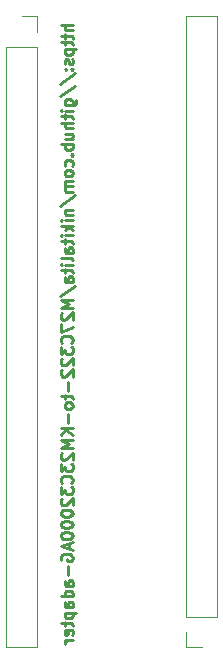
<source format=gbr>
%TF.GenerationSoftware,KiCad,Pcbnew,(6.0.7)*%
%TF.CreationDate,2022-08-07T18:45:19-07:00*%
%TF.ProjectId,DIP42-adapter,44495034-322d-4616-9461-707465722e6b,rev?*%
%TF.SameCoordinates,Original*%
%TF.FileFunction,Legend,Bot*%
%TF.FilePolarity,Positive*%
%FSLAX46Y46*%
G04 Gerber Fmt 4.6, Leading zero omitted, Abs format (unit mm)*
G04 Created by KiCad (PCBNEW (6.0.7)) date 2022-08-07 18:45:19*
%MOMM*%
%LPD*%
G01*
G04 APERTURE LIST*
%ADD10C,0.250000*%
%ADD11C,0.120000*%
%ADD12R,1.000000X1.000000*%
%ADD13O,1.000000X1.000000*%
%ADD14R,1.700000X1.700000*%
%ADD15O,1.700000X1.700000*%
G04 APERTURE END LIST*
D10*
X141142380Y-54940952D02*
X140142380Y-54940952D01*
X141142380Y-55369523D02*
X140618571Y-55369523D01*
X140523333Y-55321904D01*
X140475714Y-55226666D01*
X140475714Y-55083809D01*
X140523333Y-54988571D01*
X140570952Y-54940952D01*
X140475714Y-55702857D02*
X140475714Y-56083809D01*
X140142380Y-55845714D02*
X140999523Y-55845714D01*
X141094761Y-55893333D01*
X141142380Y-55988571D01*
X141142380Y-56083809D01*
X140475714Y-56274285D02*
X140475714Y-56655238D01*
X140142380Y-56417142D02*
X140999523Y-56417142D01*
X141094761Y-56464761D01*
X141142380Y-56560000D01*
X141142380Y-56655238D01*
X140475714Y-56988571D02*
X141475714Y-56988571D01*
X140523333Y-56988571D02*
X140475714Y-57083809D01*
X140475714Y-57274285D01*
X140523333Y-57369523D01*
X140570952Y-57417142D01*
X140666190Y-57464761D01*
X140951904Y-57464761D01*
X141047142Y-57417142D01*
X141094761Y-57369523D01*
X141142380Y-57274285D01*
X141142380Y-57083809D01*
X141094761Y-56988571D01*
X141094761Y-57845714D02*
X141142380Y-57940952D01*
X141142380Y-58131428D01*
X141094761Y-58226666D01*
X140999523Y-58274285D01*
X140951904Y-58274285D01*
X140856666Y-58226666D01*
X140809047Y-58131428D01*
X140809047Y-57988571D01*
X140761428Y-57893333D01*
X140666190Y-57845714D01*
X140618571Y-57845714D01*
X140523333Y-57893333D01*
X140475714Y-57988571D01*
X140475714Y-58131428D01*
X140523333Y-58226666D01*
X141047142Y-58702857D02*
X141094761Y-58750476D01*
X141142380Y-58702857D01*
X141094761Y-58655238D01*
X141047142Y-58702857D01*
X141142380Y-58702857D01*
X140523333Y-58702857D02*
X140570952Y-58750476D01*
X140618571Y-58702857D01*
X140570952Y-58655238D01*
X140523333Y-58702857D01*
X140618571Y-58702857D01*
X140094761Y-59893333D02*
X141380476Y-59036190D01*
X140094761Y-60940952D02*
X141380476Y-60083809D01*
X140475714Y-61702857D02*
X141285238Y-61702857D01*
X141380476Y-61655238D01*
X141428095Y-61607619D01*
X141475714Y-61512380D01*
X141475714Y-61369523D01*
X141428095Y-61274285D01*
X141094761Y-61702857D02*
X141142380Y-61607619D01*
X141142380Y-61417142D01*
X141094761Y-61321904D01*
X141047142Y-61274285D01*
X140951904Y-61226666D01*
X140666190Y-61226666D01*
X140570952Y-61274285D01*
X140523333Y-61321904D01*
X140475714Y-61417142D01*
X140475714Y-61607619D01*
X140523333Y-61702857D01*
X141142380Y-62179047D02*
X140475714Y-62179047D01*
X140142380Y-62179047D02*
X140190000Y-62131428D01*
X140237619Y-62179047D01*
X140190000Y-62226666D01*
X140142380Y-62179047D01*
X140237619Y-62179047D01*
X140475714Y-62512380D02*
X140475714Y-62893333D01*
X140142380Y-62655238D02*
X140999523Y-62655238D01*
X141094761Y-62702857D01*
X141142380Y-62798095D01*
X141142380Y-62893333D01*
X141142380Y-63226666D02*
X140142380Y-63226666D01*
X141142380Y-63655238D02*
X140618571Y-63655238D01*
X140523333Y-63607619D01*
X140475714Y-63512380D01*
X140475714Y-63369523D01*
X140523333Y-63274285D01*
X140570952Y-63226666D01*
X140475714Y-64560000D02*
X141142380Y-64560000D01*
X140475714Y-64131428D02*
X140999523Y-64131428D01*
X141094761Y-64179047D01*
X141142380Y-64274285D01*
X141142380Y-64417142D01*
X141094761Y-64512380D01*
X141047142Y-64560000D01*
X141142380Y-65036190D02*
X140142380Y-65036190D01*
X140523333Y-65036190D02*
X140475714Y-65131428D01*
X140475714Y-65321904D01*
X140523333Y-65417142D01*
X140570952Y-65464761D01*
X140666190Y-65512380D01*
X140951904Y-65512380D01*
X141047142Y-65464761D01*
X141094761Y-65417142D01*
X141142380Y-65321904D01*
X141142380Y-65131428D01*
X141094761Y-65036190D01*
X141047142Y-65940952D02*
X141094761Y-65988571D01*
X141142380Y-65940952D01*
X141094761Y-65893333D01*
X141047142Y-65940952D01*
X141142380Y-65940952D01*
X141094761Y-66845714D02*
X141142380Y-66750476D01*
X141142380Y-66560000D01*
X141094761Y-66464761D01*
X141047142Y-66417142D01*
X140951904Y-66369523D01*
X140666190Y-66369523D01*
X140570952Y-66417142D01*
X140523333Y-66464761D01*
X140475714Y-66560000D01*
X140475714Y-66750476D01*
X140523333Y-66845714D01*
X141142380Y-67417142D02*
X141094761Y-67321904D01*
X141047142Y-67274285D01*
X140951904Y-67226666D01*
X140666190Y-67226666D01*
X140570952Y-67274285D01*
X140523333Y-67321904D01*
X140475714Y-67417142D01*
X140475714Y-67560000D01*
X140523333Y-67655238D01*
X140570952Y-67702857D01*
X140666190Y-67750476D01*
X140951904Y-67750476D01*
X141047142Y-67702857D01*
X141094761Y-67655238D01*
X141142380Y-67560000D01*
X141142380Y-67417142D01*
X141142380Y-68179047D02*
X140475714Y-68179047D01*
X140570952Y-68179047D02*
X140523333Y-68226666D01*
X140475714Y-68321904D01*
X140475714Y-68464761D01*
X140523333Y-68560000D01*
X140618571Y-68607619D01*
X141142380Y-68607619D01*
X140618571Y-68607619D02*
X140523333Y-68655238D01*
X140475714Y-68750476D01*
X140475714Y-68893333D01*
X140523333Y-68988571D01*
X140618571Y-69036190D01*
X141142380Y-69036190D01*
X140094761Y-70226666D02*
X141380476Y-69369523D01*
X140475714Y-70560000D02*
X141142380Y-70560000D01*
X140570952Y-70560000D02*
X140523333Y-70607619D01*
X140475714Y-70702857D01*
X140475714Y-70845714D01*
X140523333Y-70940952D01*
X140618571Y-70988571D01*
X141142380Y-70988571D01*
X141142380Y-71464761D02*
X140475714Y-71464761D01*
X140142380Y-71464761D02*
X140190000Y-71417142D01*
X140237619Y-71464761D01*
X140190000Y-71512380D01*
X140142380Y-71464761D01*
X140237619Y-71464761D01*
X141142380Y-71940952D02*
X140142380Y-71940952D01*
X140761428Y-72036190D02*
X141142380Y-72321904D01*
X140475714Y-72321904D02*
X140856666Y-71940952D01*
X141142380Y-72750476D02*
X140475714Y-72750476D01*
X140142380Y-72750476D02*
X140190000Y-72702857D01*
X140237619Y-72750476D01*
X140190000Y-72798095D01*
X140142380Y-72750476D01*
X140237619Y-72750476D01*
X140475714Y-73083809D02*
X140475714Y-73464761D01*
X140142380Y-73226666D02*
X140999523Y-73226666D01*
X141094761Y-73274285D01*
X141142380Y-73369523D01*
X141142380Y-73464761D01*
X141142380Y-74226666D02*
X140618571Y-74226666D01*
X140523333Y-74179047D01*
X140475714Y-74083809D01*
X140475714Y-73893333D01*
X140523333Y-73798095D01*
X141094761Y-74226666D02*
X141142380Y-74131428D01*
X141142380Y-73893333D01*
X141094761Y-73798095D01*
X140999523Y-73750476D01*
X140904285Y-73750476D01*
X140809047Y-73798095D01*
X140761428Y-73893333D01*
X140761428Y-74131428D01*
X140713809Y-74226666D01*
X141142380Y-74845714D02*
X141094761Y-74750476D01*
X140999523Y-74702857D01*
X140142380Y-74702857D01*
X141142380Y-75226666D02*
X140475714Y-75226666D01*
X140142380Y-75226666D02*
X140190000Y-75179047D01*
X140237619Y-75226666D01*
X140190000Y-75274285D01*
X140142380Y-75226666D01*
X140237619Y-75226666D01*
X140475714Y-75560000D02*
X140475714Y-75940952D01*
X140142380Y-75702857D02*
X140999523Y-75702857D01*
X141094761Y-75750476D01*
X141142380Y-75845714D01*
X141142380Y-75940952D01*
X141142380Y-76702857D02*
X140618571Y-76702857D01*
X140523333Y-76655238D01*
X140475714Y-76560000D01*
X140475714Y-76369523D01*
X140523333Y-76274285D01*
X141094761Y-76702857D02*
X141142380Y-76607619D01*
X141142380Y-76369523D01*
X141094761Y-76274285D01*
X140999523Y-76226666D01*
X140904285Y-76226666D01*
X140809047Y-76274285D01*
X140761428Y-76369523D01*
X140761428Y-76607619D01*
X140713809Y-76702857D01*
X140094761Y-77893333D02*
X141380476Y-77036190D01*
X141142380Y-78226666D02*
X140142380Y-78226666D01*
X140856666Y-78560000D01*
X140142380Y-78893333D01*
X141142380Y-78893333D01*
X140237619Y-79321904D02*
X140190000Y-79369523D01*
X140142380Y-79464761D01*
X140142380Y-79702857D01*
X140190000Y-79798095D01*
X140237619Y-79845714D01*
X140332857Y-79893333D01*
X140428095Y-79893333D01*
X140570952Y-79845714D01*
X141142380Y-79274285D01*
X141142380Y-79893333D01*
X140142380Y-80226666D02*
X140142380Y-80893333D01*
X141142380Y-80464761D01*
X141047142Y-81845714D02*
X141094761Y-81798095D01*
X141142380Y-81655238D01*
X141142380Y-81560000D01*
X141094761Y-81417142D01*
X140999523Y-81321904D01*
X140904285Y-81274285D01*
X140713809Y-81226666D01*
X140570952Y-81226666D01*
X140380476Y-81274285D01*
X140285238Y-81321904D01*
X140190000Y-81417142D01*
X140142380Y-81560000D01*
X140142380Y-81655238D01*
X140190000Y-81798095D01*
X140237619Y-81845714D01*
X140142380Y-82179047D02*
X140142380Y-82798095D01*
X140523333Y-82464761D01*
X140523333Y-82607619D01*
X140570952Y-82702857D01*
X140618571Y-82750476D01*
X140713809Y-82798095D01*
X140951904Y-82798095D01*
X141047142Y-82750476D01*
X141094761Y-82702857D01*
X141142380Y-82607619D01*
X141142380Y-82321904D01*
X141094761Y-82226666D01*
X141047142Y-82179047D01*
X140237619Y-83179047D02*
X140190000Y-83226666D01*
X140142380Y-83321904D01*
X140142380Y-83560000D01*
X140190000Y-83655238D01*
X140237619Y-83702857D01*
X140332857Y-83750476D01*
X140428095Y-83750476D01*
X140570952Y-83702857D01*
X141142380Y-83131428D01*
X141142380Y-83750476D01*
X140237619Y-84131428D02*
X140190000Y-84179047D01*
X140142380Y-84274285D01*
X140142380Y-84512380D01*
X140190000Y-84607619D01*
X140237619Y-84655238D01*
X140332857Y-84702857D01*
X140428095Y-84702857D01*
X140570952Y-84655238D01*
X141142380Y-84083809D01*
X141142380Y-84702857D01*
X140761428Y-85131428D02*
X140761428Y-85893333D01*
X140475714Y-86226666D02*
X140475714Y-86607619D01*
X140142380Y-86369523D02*
X140999523Y-86369523D01*
X141094761Y-86417142D01*
X141142380Y-86512380D01*
X141142380Y-86607619D01*
X141142380Y-87083809D02*
X141094761Y-86988571D01*
X141047142Y-86940952D01*
X140951904Y-86893333D01*
X140666190Y-86893333D01*
X140570952Y-86940952D01*
X140523333Y-86988571D01*
X140475714Y-87083809D01*
X140475714Y-87226666D01*
X140523333Y-87321904D01*
X140570952Y-87369523D01*
X140666190Y-87417142D01*
X140951904Y-87417142D01*
X141047142Y-87369523D01*
X141094761Y-87321904D01*
X141142380Y-87226666D01*
X141142380Y-87083809D01*
X140761428Y-87845714D02*
X140761428Y-88607619D01*
X141142380Y-89083809D02*
X140142380Y-89083809D01*
X141142380Y-89655238D02*
X140570952Y-89226666D01*
X140142380Y-89655238D02*
X140713809Y-89083809D01*
X141142380Y-90083809D02*
X140142380Y-90083809D01*
X140856666Y-90417142D01*
X140142380Y-90750476D01*
X141142380Y-90750476D01*
X140237619Y-91179047D02*
X140190000Y-91226666D01*
X140142380Y-91321904D01*
X140142380Y-91560000D01*
X140190000Y-91655238D01*
X140237619Y-91702857D01*
X140332857Y-91750476D01*
X140428095Y-91750476D01*
X140570952Y-91702857D01*
X141142380Y-91131428D01*
X141142380Y-91750476D01*
X140142380Y-92083809D02*
X140142380Y-92702857D01*
X140523333Y-92369523D01*
X140523333Y-92512380D01*
X140570952Y-92607619D01*
X140618571Y-92655238D01*
X140713809Y-92702857D01*
X140951904Y-92702857D01*
X141047142Y-92655238D01*
X141094761Y-92607619D01*
X141142380Y-92512380D01*
X141142380Y-92226666D01*
X141094761Y-92131428D01*
X141047142Y-92083809D01*
X141047142Y-93702857D02*
X141094761Y-93655238D01*
X141142380Y-93512380D01*
X141142380Y-93417142D01*
X141094761Y-93274285D01*
X140999523Y-93179047D01*
X140904285Y-93131428D01*
X140713809Y-93083809D01*
X140570952Y-93083809D01*
X140380476Y-93131428D01*
X140285238Y-93179047D01*
X140190000Y-93274285D01*
X140142380Y-93417142D01*
X140142380Y-93512380D01*
X140190000Y-93655238D01*
X140237619Y-93702857D01*
X140142380Y-94036190D02*
X140142380Y-94655238D01*
X140523333Y-94321904D01*
X140523333Y-94464761D01*
X140570952Y-94560000D01*
X140618571Y-94607619D01*
X140713809Y-94655238D01*
X140951904Y-94655238D01*
X141047142Y-94607619D01*
X141094761Y-94560000D01*
X141142380Y-94464761D01*
X141142380Y-94179047D01*
X141094761Y-94083809D01*
X141047142Y-94036190D01*
X140237619Y-95036190D02*
X140190000Y-95083809D01*
X140142380Y-95179047D01*
X140142380Y-95417142D01*
X140190000Y-95512380D01*
X140237619Y-95560000D01*
X140332857Y-95607619D01*
X140428095Y-95607619D01*
X140570952Y-95560000D01*
X141142380Y-94988571D01*
X141142380Y-95607619D01*
X140142380Y-96226666D02*
X140142380Y-96321904D01*
X140190000Y-96417142D01*
X140237619Y-96464761D01*
X140332857Y-96512380D01*
X140523333Y-96560000D01*
X140761428Y-96560000D01*
X140951904Y-96512380D01*
X141047142Y-96464761D01*
X141094761Y-96417142D01*
X141142380Y-96321904D01*
X141142380Y-96226666D01*
X141094761Y-96131428D01*
X141047142Y-96083809D01*
X140951904Y-96036190D01*
X140761428Y-95988571D01*
X140523333Y-95988571D01*
X140332857Y-96036190D01*
X140237619Y-96083809D01*
X140190000Y-96131428D01*
X140142380Y-96226666D01*
X140142380Y-97179047D02*
X140142380Y-97274285D01*
X140190000Y-97369523D01*
X140237619Y-97417142D01*
X140332857Y-97464761D01*
X140523333Y-97512380D01*
X140761428Y-97512380D01*
X140951904Y-97464761D01*
X141047142Y-97417142D01*
X141094761Y-97369523D01*
X141142380Y-97274285D01*
X141142380Y-97179047D01*
X141094761Y-97083809D01*
X141047142Y-97036190D01*
X140951904Y-96988571D01*
X140761428Y-96940952D01*
X140523333Y-96940952D01*
X140332857Y-96988571D01*
X140237619Y-97036190D01*
X140190000Y-97083809D01*
X140142380Y-97179047D01*
X140142380Y-98131428D02*
X140142380Y-98226666D01*
X140190000Y-98321904D01*
X140237619Y-98369523D01*
X140332857Y-98417142D01*
X140523333Y-98464761D01*
X140761428Y-98464761D01*
X140951904Y-98417142D01*
X141047142Y-98369523D01*
X141094761Y-98321904D01*
X141142380Y-98226666D01*
X141142380Y-98131428D01*
X141094761Y-98036190D01*
X141047142Y-97988571D01*
X140951904Y-97940952D01*
X140761428Y-97893333D01*
X140523333Y-97893333D01*
X140332857Y-97940952D01*
X140237619Y-97988571D01*
X140190000Y-98036190D01*
X140142380Y-98131428D01*
X140856666Y-98845714D02*
X140856666Y-99321904D01*
X141142380Y-98750476D02*
X140142380Y-99083809D01*
X141142380Y-99417142D01*
X140190000Y-100274285D02*
X140142380Y-100179047D01*
X140142380Y-100036190D01*
X140190000Y-99893333D01*
X140285238Y-99798095D01*
X140380476Y-99750476D01*
X140570952Y-99702857D01*
X140713809Y-99702857D01*
X140904285Y-99750476D01*
X140999523Y-99798095D01*
X141094761Y-99893333D01*
X141142380Y-100036190D01*
X141142380Y-100131428D01*
X141094761Y-100274285D01*
X141047142Y-100321904D01*
X140713809Y-100321904D01*
X140713809Y-100131428D01*
X140761428Y-100750476D02*
X140761428Y-101512380D01*
X141142380Y-102417142D02*
X140618571Y-102417142D01*
X140523333Y-102369523D01*
X140475714Y-102274285D01*
X140475714Y-102083809D01*
X140523333Y-101988571D01*
X141094761Y-102417142D02*
X141142380Y-102321904D01*
X141142380Y-102083809D01*
X141094761Y-101988571D01*
X140999523Y-101940952D01*
X140904285Y-101940952D01*
X140809047Y-101988571D01*
X140761428Y-102083809D01*
X140761428Y-102321904D01*
X140713809Y-102417142D01*
X141142380Y-103321904D02*
X140142380Y-103321904D01*
X141094761Y-103321904D02*
X141142380Y-103226666D01*
X141142380Y-103036190D01*
X141094761Y-102940952D01*
X141047142Y-102893333D01*
X140951904Y-102845714D01*
X140666190Y-102845714D01*
X140570952Y-102893333D01*
X140523333Y-102940952D01*
X140475714Y-103036190D01*
X140475714Y-103226666D01*
X140523333Y-103321904D01*
X141142380Y-104226666D02*
X140618571Y-104226666D01*
X140523333Y-104179047D01*
X140475714Y-104083809D01*
X140475714Y-103893333D01*
X140523333Y-103798095D01*
X141094761Y-104226666D02*
X141142380Y-104131428D01*
X141142380Y-103893333D01*
X141094761Y-103798095D01*
X140999523Y-103750476D01*
X140904285Y-103750476D01*
X140809047Y-103798095D01*
X140761428Y-103893333D01*
X140761428Y-104131428D01*
X140713809Y-104226666D01*
X140475714Y-104702857D02*
X141475714Y-104702857D01*
X140523333Y-104702857D02*
X140475714Y-104798095D01*
X140475714Y-104988571D01*
X140523333Y-105083809D01*
X140570952Y-105131428D01*
X140666190Y-105179047D01*
X140951904Y-105179047D01*
X141047142Y-105131428D01*
X141094761Y-105083809D01*
X141142380Y-104988571D01*
X141142380Y-104798095D01*
X141094761Y-104702857D01*
X140475714Y-105464761D02*
X140475714Y-105845714D01*
X140142380Y-105607619D02*
X140999523Y-105607619D01*
X141094761Y-105655238D01*
X141142380Y-105750476D01*
X141142380Y-105845714D01*
X141094761Y-106559999D02*
X141142380Y-106464761D01*
X141142380Y-106274285D01*
X141094761Y-106179047D01*
X140999523Y-106131428D01*
X140618571Y-106131428D01*
X140523333Y-106179047D01*
X140475714Y-106274285D01*
X140475714Y-106464761D01*
X140523333Y-106559999D01*
X140618571Y-106607619D01*
X140713809Y-106607619D01*
X140809047Y-106131428D01*
X141142380Y-107036190D02*
X140475714Y-107036190D01*
X140666190Y-107036190D02*
X140570952Y-107083809D01*
X140523333Y-107131428D01*
X140475714Y-107226666D01*
X140475714Y-107321904D01*
D11*
%TO.C,U2*%
X135512000Y-56778000D02*
X135512000Y-107638000D01*
X150752000Y-105038000D02*
X150752000Y-54178000D01*
X138172000Y-54178000D02*
X136842000Y-54178000D01*
X138172000Y-55508000D02*
X138172000Y-54178000D01*
X150752000Y-54178000D02*
X153412000Y-54178000D01*
X150752000Y-106308000D02*
X150752000Y-107638000D01*
X138172000Y-56778000D02*
X135512000Y-56778000D01*
X138172000Y-107638000D02*
X135512000Y-107638000D01*
X138172000Y-56778000D02*
X138172000Y-107638000D01*
X153412000Y-105038000D02*
X153412000Y-54178000D01*
X150752000Y-105038000D02*
X153412000Y-105038000D01*
X150752000Y-107638000D02*
X152082000Y-107638000D01*
%TD*%
%LPC*%
D12*
%TO.C,U1*%
X143890000Y-68210000D03*
D13*
X143890000Y-69480000D03*
X143890000Y-70750000D03*
X143890000Y-72020000D03*
X143890000Y-73290000D03*
X143890000Y-74560000D03*
X143890000Y-75830000D03*
X143890000Y-77100000D03*
X143890000Y-78370000D03*
X143890000Y-79640000D03*
X143890000Y-80910000D03*
X143890000Y-82180000D03*
X143890000Y-83450000D03*
X143890000Y-84720000D03*
X143890000Y-85990000D03*
X143890000Y-87260000D03*
X143890000Y-88530000D03*
X143890000Y-89800000D03*
X143890000Y-91070000D03*
X143890000Y-92340000D03*
X143890000Y-93610000D03*
X145160000Y-93610000D03*
X145160000Y-92340000D03*
X145160000Y-91070000D03*
X145160000Y-89800000D03*
X145160000Y-88530000D03*
X145160000Y-87260000D03*
X145160000Y-85990000D03*
X145160000Y-84720000D03*
X145160000Y-83450000D03*
X145160000Y-82180000D03*
X145160000Y-80910000D03*
X145160000Y-79640000D03*
X145160000Y-78370000D03*
X145160000Y-77100000D03*
X145160000Y-75830000D03*
X145160000Y-74560000D03*
X145160000Y-73290000D03*
X145160000Y-72020000D03*
X145160000Y-70750000D03*
X145160000Y-69480000D03*
X145160000Y-68210000D03*
%TD*%
D14*
%TO.C,U2*%
X136842000Y-55508000D03*
D15*
X136842000Y-58048000D03*
X136842000Y-60588000D03*
X136842000Y-63128000D03*
X136842000Y-65668000D03*
X136842000Y-68208000D03*
X136842000Y-70748000D03*
X136842000Y-73288000D03*
X136842000Y-75828000D03*
X136842000Y-78368000D03*
X136842000Y-80908000D03*
X136842000Y-83448000D03*
X136842000Y-85988000D03*
X136842000Y-88528000D03*
X136842000Y-91068000D03*
X136842000Y-93608000D03*
X136842000Y-96148000D03*
X136842000Y-98688000D03*
X136842000Y-101228000D03*
X136842000Y-103768000D03*
X136842000Y-106308000D03*
X152082000Y-106308000D03*
X152082000Y-103768000D03*
X152082000Y-101228000D03*
X152082000Y-98688000D03*
X152082000Y-96148000D03*
X152082000Y-93608000D03*
X152082000Y-91068000D03*
X152082000Y-88528000D03*
X152082000Y-85988000D03*
X152082000Y-83448000D03*
X152082000Y-80908000D03*
X152082000Y-78368000D03*
X152082000Y-75828000D03*
X152082000Y-73288000D03*
X152082000Y-70748000D03*
X152082000Y-68208000D03*
X152082000Y-65668000D03*
X152082000Y-63128000D03*
X152082000Y-60588000D03*
X152082000Y-58048000D03*
X152082000Y-55508000D03*
%TD*%
M02*

</source>
